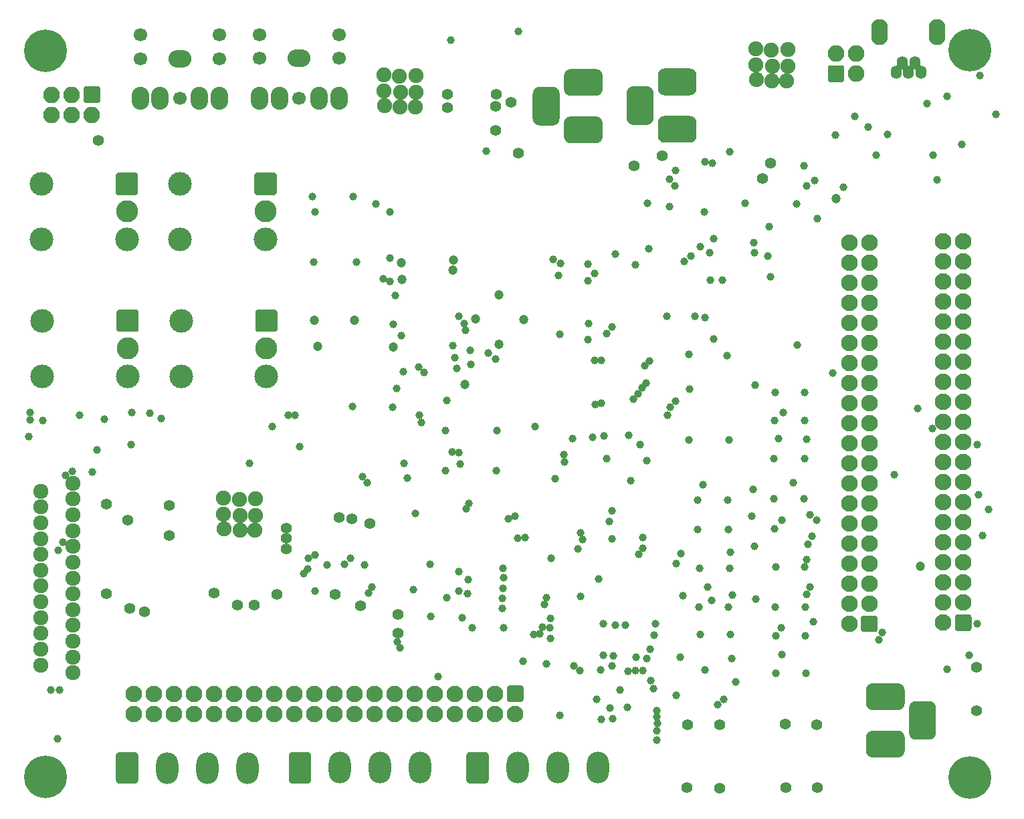
<source format=gbr>
G04 #@! TF.GenerationSoftware,KiCad,Pcbnew,5.1.7-a382d34a88~90~ubuntu20.04.1*
G04 #@! TF.CreationDate,2022-01-24T09:39:31-06:00*
G04 #@! TF.ProjectId,open-dash-daughterboard,6f70656e-2d64-4617-9368-2d6461756768,rev?*
G04 #@! TF.SameCoordinates,Original*
G04 #@! TF.FileFunction,Soldermask,Bot*
G04 #@! TF.FilePolarity,Negative*
%FSLAX46Y46*%
G04 Gerber Fmt 4.6, Leading zero omitted, Abs format (unit mm)*
G04 Created by KiCad (PCBNEW 5.1.7-a382d34a88~90~ubuntu20.04.1) date 2022-01-24 09:39:31*
%MOMM*%
%LPD*%
G01*
G04 APERTURE LIST*
%ADD10O,2.800000X4.000000*%
%ADD11O,2.100000X2.100000*%
%ADD12C,1.700000*%
%ADD13O,2.900000X2.200000*%
%ADD14O,2.200000X2.900000*%
%ADD15O,1.400000X1.700000*%
%ADD16O,2.100000X3.300000*%
%ADD17C,2.800000*%
%ADD18C,3.000000*%
%ADD19C,1.924000*%
%ADD20C,2.100000*%
%ADD21C,5.400000*%
%ADD22C,1.400000*%
%ADD23C,1.000000*%
%ADD24C,1.900000*%
%ADD25C,1.200000*%
G04 APERTURE END LIST*
D10*
X139625000Y-135700000D03*
X134545000Y-135700000D03*
X129465000Y-135700000D03*
G36*
G01*
X122985000Y-137310800D02*
X122985000Y-134089200D01*
G75*
G02*
X123374200Y-133700000I389200J0D01*
G01*
X125395800Y-133700000D01*
G75*
G02*
X125785000Y-134089200I0J-389200D01*
G01*
X125785000Y-137310800D01*
G75*
G02*
X125395800Y-137700000I-389200J0D01*
G01*
X123374200Y-137700000D01*
G75*
G02*
X122985000Y-137310800I0J389200D01*
G01*
G37*
X117740000Y-135715000D03*
X112660000Y-135715000D03*
X107580000Y-135715000D03*
G36*
G01*
X101100000Y-137325800D02*
X101100000Y-134104200D01*
G75*
G02*
X101489200Y-133715000I389200J0D01*
G01*
X103510800Y-133715000D01*
G75*
G02*
X103900000Y-134104200I0J-389200D01*
G01*
X103900000Y-137325800D01*
G75*
G02*
X103510800Y-137715000I-389200J0D01*
G01*
X101489200Y-137715000D01*
G75*
G02*
X101100000Y-137325800I0J389200D01*
G01*
G37*
X162105000Y-135700000D03*
X157025000Y-135700000D03*
X151945000Y-135700000D03*
G36*
G01*
X145465000Y-137310800D02*
X145465000Y-134089200D01*
G75*
G02*
X145854200Y-133700000I389200J0D01*
G01*
X147875800Y-133700000D01*
G75*
G02*
X148265000Y-134089200I0J-389200D01*
G01*
X148265000Y-137310800D01*
G75*
G02*
X147875800Y-137700000I-389200J0D01*
G01*
X145854200Y-137700000D01*
G75*
G02*
X145465000Y-137310800I0J389200D01*
G01*
G37*
D11*
X194790000Y-45260000D03*
X194790000Y-47800000D03*
X192250000Y-45260000D03*
G36*
G01*
X193100000Y-48850000D02*
X191400000Y-48850000D01*
G75*
G02*
X191200000Y-48650000I0J200000D01*
G01*
X191200000Y-46950000D01*
G75*
G02*
X191400000Y-46750000I200000J0D01*
G01*
X193100000Y-46750000D01*
G75*
G02*
X193300000Y-46950000I0J-200000D01*
G01*
X193300000Y-48650000D01*
G75*
G02*
X193100000Y-48850000I-200000J0D01*
G01*
G37*
D12*
X129303800Y-42861300D03*
X119296200Y-42861300D03*
X119296200Y-45871200D03*
X129303800Y-45871200D03*
D13*
X124300000Y-45871200D03*
D12*
X124300000Y-50875000D03*
D14*
X129303800Y-50875000D03*
X119296200Y-50875000D03*
X121798100Y-50875000D03*
X126801900Y-50875000D03*
D11*
X92975000Y-52990000D03*
X92975000Y-50450000D03*
X95515000Y-52990000D03*
X95515000Y-50450000D03*
X98055000Y-52990000D03*
G36*
G01*
X97205000Y-49400000D02*
X98905000Y-49400000D01*
G75*
G02*
X99105000Y-49600000I0J-200000D01*
G01*
X99105000Y-51300000D01*
G75*
G02*
X98905000Y-51500000I-200000J0D01*
G01*
X97205000Y-51500000D01*
G75*
G02*
X97005000Y-51300000I0J200000D01*
G01*
X97005000Y-49600000D01*
G75*
G02*
X97205000Y-49400000I200000J0D01*
G01*
G37*
D15*
X199832400Y-47629600D03*
X203032800Y-47629600D03*
X202245400Y-46435800D03*
X200619800Y-46410400D03*
X201432600Y-47629600D03*
D16*
X197775000Y-42575000D03*
X205064800Y-42575000D03*
D12*
X114178800Y-42886300D03*
X104171200Y-42886300D03*
X104171200Y-45896200D03*
X114178800Y-45896200D03*
D13*
X109175000Y-45896200D03*
D12*
X109175000Y-50900000D03*
D14*
X114178800Y-50900000D03*
X104171200Y-50900000D03*
X106673100Y-50900000D03*
X111676900Y-50900000D03*
D17*
X102475001Y-65255001D03*
D18*
X102475001Y-68755001D03*
G36*
G01*
X101075001Y-62955001D02*
X101075001Y-60555001D01*
G75*
G02*
X101275001Y-60355001I200000J0D01*
G01*
X103675001Y-60355001D01*
G75*
G02*
X103875001Y-60555001I0J-200000D01*
G01*
X103875001Y-62955001D01*
G75*
G02*
X103675001Y-63155001I-200000J0D01*
G01*
X101275001Y-63155001D01*
G75*
G02*
X101075001Y-62955001I0J200000D01*
G01*
G37*
X91675001Y-68755001D03*
X91675001Y-61755001D03*
D19*
X91599500Y-116669600D03*
X91599500Y-114675700D03*
X91599500Y-106674700D03*
X91599500Y-120670100D03*
X91599500Y-110675200D03*
X91599500Y-118676200D03*
X91599500Y-108668600D03*
X91599500Y-112669100D03*
X91599500Y-100667600D03*
X91599500Y-122676700D03*
X91599500Y-102674200D03*
X91599500Y-104668100D03*
X95600000Y-105671400D03*
X95600000Y-103677500D03*
X95600000Y-99677000D03*
X95600000Y-101670900D03*
X95600000Y-107678000D03*
X95600000Y-113672400D03*
X95600000Y-111678500D03*
X95600000Y-109671900D03*
X95600000Y-115679000D03*
X95600000Y-117672900D03*
X95600000Y-119679500D03*
X95600000Y-121673400D03*
X95600000Y-123680000D03*
D17*
X102575001Y-82605001D03*
D18*
X102575001Y-86105001D03*
G36*
G01*
X101175001Y-80305001D02*
X101175001Y-77905001D01*
G75*
G02*
X101375001Y-77705001I200000J0D01*
G01*
X103775001Y-77705001D01*
G75*
G02*
X103975001Y-77905001I0J-200000D01*
G01*
X103975001Y-80305001D01*
G75*
G02*
X103775001Y-80505001I-200000J0D01*
G01*
X101375001Y-80505001D01*
G75*
G02*
X101175001Y-80305001I0J200000D01*
G01*
G37*
X91775001Y-86105001D03*
X91775001Y-79105001D03*
D20*
X205805000Y-69075000D03*
X205805000Y-71615000D03*
X205805000Y-74155000D03*
X205805000Y-76695000D03*
X205805000Y-79235000D03*
X205805000Y-81775000D03*
X205805000Y-84315000D03*
X205805000Y-86855000D03*
X205805000Y-89395000D03*
X205805000Y-91935000D03*
X205805000Y-94475000D03*
X205805000Y-97015000D03*
X205805000Y-99555000D03*
X205805000Y-102095000D03*
X205805000Y-104635000D03*
X205805000Y-107175000D03*
X205805000Y-109715000D03*
X205805000Y-112255000D03*
X205805000Y-114795000D03*
X205805000Y-117335000D03*
X208345000Y-69075000D03*
X208345000Y-71615000D03*
X208345000Y-74155000D03*
X208345000Y-76695000D03*
X208345000Y-79235000D03*
X208345000Y-81775000D03*
X208345000Y-84315000D03*
X208345000Y-86855000D03*
X208345000Y-89395000D03*
X208345000Y-91935000D03*
X208345000Y-94475000D03*
X208345000Y-97015000D03*
X208345000Y-99555000D03*
X208345000Y-102095000D03*
X208345000Y-104635000D03*
X208345000Y-107175000D03*
X208345000Y-109715000D03*
X208345000Y-112255000D03*
X208345000Y-114795000D03*
G36*
G01*
X209395000Y-116593823D02*
X209395000Y-118076177D01*
G75*
G02*
X209086177Y-118385000I-308823J0D01*
G01*
X207603823Y-118385000D01*
G75*
G02*
X207295000Y-118076177I0J308823D01*
G01*
X207295000Y-116593823D01*
G75*
G02*
X207603823Y-116285000I308823J0D01*
G01*
X209086177Y-116285000D01*
G75*
G02*
X209395000Y-116593823I0J-308823D01*
G01*
G37*
X193900000Y-69205000D03*
X193900000Y-71745000D03*
X193900000Y-74285000D03*
X193900000Y-76825000D03*
X193900000Y-79365000D03*
X193900000Y-81905000D03*
X193900000Y-84445000D03*
X193900000Y-86985000D03*
X193900000Y-89525000D03*
X193900000Y-92065000D03*
X193900000Y-94605000D03*
X193900000Y-97145000D03*
X193900000Y-99685000D03*
X193900000Y-102225000D03*
X193900000Y-104765000D03*
X193900000Y-107305000D03*
X193900000Y-109845000D03*
X193900000Y-112385000D03*
X193900000Y-114925000D03*
X193900000Y-117465000D03*
X196440000Y-69205000D03*
X196440000Y-71745000D03*
X196440000Y-74285000D03*
X196440000Y-76825000D03*
X196440000Y-79365000D03*
X196440000Y-81905000D03*
X196440000Y-84445000D03*
X196440000Y-86985000D03*
X196440000Y-89525000D03*
X196440000Y-92065000D03*
X196440000Y-94605000D03*
X196440000Y-97145000D03*
X196440000Y-99685000D03*
X196440000Y-102225000D03*
X196440000Y-104765000D03*
X196440000Y-107305000D03*
X196440000Y-109845000D03*
X196440000Y-112385000D03*
X196440000Y-114925000D03*
G36*
G01*
X197490000Y-116723823D02*
X197490000Y-118206177D01*
G75*
G02*
X197181177Y-118515000I-308823J0D01*
G01*
X195698823Y-118515000D01*
G75*
G02*
X195390000Y-118206177I0J308823D01*
G01*
X195390000Y-116723823D01*
G75*
G02*
X195698823Y-116415000I308823J0D01*
G01*
X197181177Y-116415000D01*
G75*
G02*
X197490000Y-116723823I0J-308823D01*
G01*
G37*
G36*
G01*
X170540000Y-53140000D02*
X173740000Y-53140000D01*
G75*
G02*
X174590000Y-53990000I0J-850000D01*
G01*
X174590000Y-55690000D01*
G75*
G02*
X173740000Y-56540000I-850000J0D01*
G01*
X170540000Y-56540000D01*
G75*
G02*
X169690000Y-55690000I0J850000D01*
G01*
X169690000Y-53990000D01*
G75*
G02*
X170540000Y-53140000I850000J0D01*
G01*
G37*
G36*
G01*
X170540000Y-47140000D02*
X173740000Y-47140000D01*
G75*
G02*
X174590000Y-47990000I0J-850000D01*
G01*
X174590000Y-49690000D01*
G75*
G02*
X173740000Y-50540000I-850000J0D01*
G01*
X170540000Y-50540000D01*
G75*
G02*
X169690000Y-49690000I0J850000D01*
G01*
X169690000Y-47990000D01*
G75*
G02*
X170540000Y-47140000I850000J0D01*
G01*
G37*
G36*
G01*
X166590000Y-49390000D02*
X168290000Y-49390000D01*
G75*
G02*
X169140000Y-50240000I0J-850000D01*
G01*
X169140000Y-53440000D01*
G75*
G02*
X168290000Y-54290000I-850000J0D01*
G01*
X166590000Y-54290000D01*
G75*
G02*
X165740000Y-53440000I0J850000D01*
G01*
X165740000Y-50240000D01*
G75*
G02*
X166590000Y-49390000I850000J0D01*
G01*
G37*
X103375000Y-128865000D03*
X105915000Y-128865000D03*
X108455000Y-128865000D03*
X110995000Y-128865000D03*
X113535000Y-128865000D03*
X116075000Y-128865000D03*
X118615000Y-128865000D03*
X121155000Y-128865000D03*
X123695000Y-128865000D03*
X126235000Y-128865000D03*
X128775000Y-128865000D03*
X131315000Y-128865000D03*
X133855000Y-128865000D03*
X136395000Y-128865000D03*
X138935000Y-128865000D03*
X141475000Y-128865000D03*
X144015000Y-128865000D03*
X146555000Y-128865000D03*
X149095000Y-128865000D03*
X151635000Y-128865000D03*
X103375000Y-126325000D03*
X105915000Y-126325000D03*
X108455000Y-126325000D03*
X110995000Y-126325000D03*
X113535000Y-126325000D03*
X116075000Y-126325000D03*
X118615000Y-126325000D03*
X121155000Y-126325000D03*
X123695000Y-126325000D03*
X126235000Y-126325000D03*
X128775000Y-126325000D03*
X131315000Y-126325000D03*
X133855000Y-126325000D03*
X136395000Y-126325000D03*
X138935000Y-126325000D03*
X141475000Y-126325000D03*
X144015000Y-126325000D03*
X146555000Y-126325000D03*
X149095000Y-126325000D03*
G36*
G01*
X150893823Y-125275000D02*
X152376177Y-125275000D01*
G75*
G02*
X152685000Y-125583823I0J-308823D01*
G01*
X152685000Y-127066177D01*
G75*
G02*
X152376177Y-127375000I-308823J0D01*
G01*
X150893823Y-127375000D01*
G75*
G02*
X150585000Y-127066177I0J308823D01*
G01*
X150585000Y-125583823D01*
G75*
G02*
X150893823Y-125275000I308823J0D01*
G01*
G37*
D21*
X209160000Y-44800000D03*
X209160000Y-136900000D03*
X92200000Y-44880000D03*
X92200000Y-136880000D03*
D18*
X109225001Y-61755001D03*
X109225001Y-68755001D03*
G36*
G01*
X118625001Y-62955001D02*
X118625001Y-60555001D01*
G75*
G02*
X118825001Y-60355001I200000J0D01*
G01*
X121225001Y-60355001D01*
G75*
G02*
X121425001Y-60555001I0J-200000D01*
G01*
X121425001Y-62955001D01*
G75*
G02*
X121225001Y-63155001I-200000J0D01*
G01*
X118825001Y-63155001D01*
G75*
G02*
X118625001Y-62955001I0J200000D01*
G01*
G37*
X120025001Y-68755001D03*
D17*
X120025001Y-65255001D03*
G36*
G01*
X158650000Y-53210000D02*
X161850000Y-53210000D01*
G75*
G02*
X162700000Y-54060000I0J-850000D01*
G01*
X162700000Y-55760000D01*
G75*
G02*
X161850000Y-56610000I-850000J0D01*
G01*
X158650000Y-56610000D01*
G75*
G02*
X157800000Y-55760000I0J850000D01*
G01*
X157800000Y-54060000D01*
G75*
G02*
X158650000Y-53210000I850000J0D01*
G01*
G37*
G36*
G01*
X158650000Y-47210000D02*
X161850000Y-47210000D01*
G75*
G02*
X162700000Y-48060000I0J-850000D01*
G01*
X162700000Y-49760000D01*
G75*
G02*
X161850000Y-50610000I-850000J0D01*
G01*
X158650000Y-50610000D01*
G75*
G02*
X157800000Y-49760000I0J850000D01*
G01*
X157800000Y-48060000D01*
G75*
G02*
X158650000Y-47210000I850000J0D01*
G01*
G37*
G36*
G01*
X154700000Y-49460000D02*
X156400000Y-49460000D01*
G75*
G02*
X157250000Y-50310000I0J-850000D01*
G01*
X157250000Y-53510000D01*
G75*
G02*
X156400000Y-54360000I-850000J0D01*
G01*
X154700000Y-54360000D01*
G75*
G02*
X153850000Y-53510000I0J850000D01*
G01*
X153850000Y-50310000D01*
G75*
G02*
X154700000Y-49460000I850000J0D01*
G01*
G37*
G36*
G01*
X200085000Y-128400000D02*
X196885000Y-128400000D01*
G75*
G02*
X196035000Y-127550000I0J850000D01*
G01*
X196035000Y-125850000D01*
G75*
G02*
X196885000Y-125000000I850000J0D01*
G01*
X200085000Y-125000000D01*
G75*
G02*
X200935000Y-125850000I0J-850000D01*
G01*
X200935000Y-127550000D01*
G75*
G02*
X200085000Y-128400000I-850000J0D01*
G01*
G37*
G36*
G01*
X200085000Y-134400000D02*
X196885000Y-134400000D01*
G75*
G02*
X196035000Y-133550000I0J850000D01*
G01*
X196035000Y-131850000D01*
G75*
G02*
X196885000Y-131000000I850000J0D01*
G01*
X200085000Y-131000000D01*
G75*
G02*
X200935000Y-131850000I0J-850000D01*
G01*
X200935000Y-133550000D01*
G75*
G02*
X200085000Y-134400000I-850000J0D01*
G01*
G37*
G36*
G01*
X204035000Y-132150000D02*
X202335000Y-132150000D01*
G75*
G02*
X201485000Y-131300000I0J850000D01*
G01*
X201485000Y-128100000D01*
G75*
G02*
X202335000Y-127250000I850000J0D01*
G01*
X204035000Y-127250000D01*
G75*
G02*
X204885000Y-128100000I0J-850000D01*
G01*
X204885000Y-131300000D01*
G75*
G02*
X204035000Y-132150000I-850000J0D01*
G01*
G37*
D18*
X109325001Y-79105001D03*
X109325001Y-86105001D03*
G36*
G01*
X118725001Y-80305001D02*
X118725001Y-77905001D01*
G75*
G02*
X118925001Y-77705001I200000J0D01*
G01*
X121325001Y-77705001D01*
G75*
G02*
X121525001Y-77905001I0J-200000D01*
G01*
X121525001Y-80305001D01*
G75*
G02*
X121325001Y-80505001I-200000J0D01*
G01*
X118925001Y-80505001D01*
G75*
G02*
X118725001Y-80305001I0J200000D01*
G01*
G37*
X120125001Y-86105001D03*
D17*
X120125001Y-82605001D03*
D22*
X99860000Y-113670000D03*
X113510000Y-113580000D03*
X99840000Y-102330000D03*
X102570000Y-104360000D03*
X102838536Y-115481464D03*
X116430000Y-115050000D03*
D23*
X94680000Y-98670000D03*
X92870000Y-125840000D03*
D22*
X173460000Y-130240000D03*
X177510000Y-130210000D03*
X185780000Y-130180000D03*
X189780000Y-130210000D03*
X210040000Y-122950000D03*
X166680000Y-59470000D03*
X122660000Y-105380000D03*
X122630000Y-106650000D03*
X122630000Y-108020000D03*
D23*
X174910000Y-115320000D03*
X178630000Y-115330000D03*
X172490000Y-121670000D03*
X179060000Y-121890000D03*
X185360000Y-121350000D03*
X184570000Y-115370000D03*
X188380000Y-115310000D03*
X184390000Y-101630000D03*
X188150000Y-101590000D03*
X178510000Y-101810000D03*
X174760000Y-101840000D03*
X172570000Y-108540000D03*
X178890000Y-108370000D03*
X188250000Y-88160000D03*
X184500000Y-88200000D03*
X173650000Y-83320000D03*
D22*
X143090000Y-52120000D03*
X149120000Y-51900000D03*
X149190000Y-55010000D03*
D23*
X184960000Y-94040000D03*
X188550000Y-94080000D03*
X124335010Y-95010813D03*
X181910000Y-107650000D03*
X188680000Y-107420000D03*
D22*
X170201304Y-58190010D03*
X121450000Y-113710000D03*
X107840000Y-102460000D03*
X107840000Y-106280000D03*
D24*
X114700000Y-103600000D03*
X114720000Y-101510000D03*
X114810000Y-105420000D03*
X116690000Y-101690000D03*
X116840000Y-103720000D03*
X116780000Y-105620000D03*
X118760000Y-103780000D03*
X118760000Y-101610000D03*
X118670000Y-105590000D03*
X138970000Y-51990000D03*
X139060000Y-50180000D03*
X139060000Y-48010000D03*
X137140000Y-50120000D03*
X135000000Y-50000000D03*
X137080000Y-52020000D03*
X135020000Y-47910000D03*
X136990000Y-48090000D03*
X135110000Y-51820000D03*
X184190000Y-46830000D03*
X182050000Y-46710000D03*
X186020000Y-48700000D03*
X184130000Y-48730000D03*
X182160000Y-48530000D03*
X182070000Y-44620000D03*
X184040000Y-44800000D03*
X186110000Y-44720000D03*
X186110000Y-46890000D03*
D22*
X98848846Y-56215010D03*
D23*
X95580000Y-98180000D03*
X98120000Y-98240000D03*
D22*
X104729394Y-115900606D03*
X118570000Y-115110000D03*
D23*
X129980000Y-109930000D03*
X132560000Y-110020000D03*
X93661119Y-132004979D03*
X93970000Y-125870000D03*
X125980000Y-63320000D03*
X131130000Y-63340000D03*
D25*
X126670000Y-82360000D03*
X136220000Y-82390000D03*
X143820000Y-71390000D03*
X149590000Y-75770000D03*
X152740000Y-78930000D03*
X149560000Y-82100000D03*
D22*
X177500000Y-138310000D03*
X173400000Y-138210000D03*
X185870000Y-138190000D03*
X189880000Y-138190000D03*
D23*
X206300000Y-123180000D03*
D22*
X210010000Y-128450000D03*
D23*
X212440000Y-52950000D03*
X208180000Y-56790000D03*
X206340000Y-50680000D03*
X210490000Y-48010000D03*
X203732810Y-51610000D03*
X192120000Y-55610000D03*
X194610000Y-53170000D03*
X188200000Y-59440000D03*
D22*
X182910000Y-61090000D03*
X183920000Y-59130000D03*
D23*
X171880000Y-62020000D03*
X176760000Y-81360000D03*
X169530000Y-128430000D03*
X165900000Y-123480000D03*
X149970000Y-115510000D03*
X164290000Y-117660000D03*
X162444990Y-123320000D03*
X138990000Y-103490000D03*
X144950000Y-116670000D03*
X140950000Y-116540000D03*
X144470000Y-110900000D03*
X118030000Y-97110000D03*
X142790000Y-92990000D03*
X142830000Y-98060000D03*
X149260000Y-98060000D03*
X149300000Y-93020000D03*
X157830000Y-96950000D03*
X156720000Y-99050000D03*
X163220000Y-96570000D03*
X168280000Y-96820000D03*
D22*
X149230000Y-50370000D03*
X151120000Y-51440000D03*
X143040000Y-50370000D03*
X151990000Y-57880000D03*
D23*
X152040000Y-42430000D03*
X143520000Y-43530000D03*
X181870000Y-69200000D03*
X162160000Y-111760000D03*
X175040000Y-118850000D03*
X178910000Y-118810000D03*
X188440000Y-123700000D03*
X184600000Y-123700000D03*
X184610000Y-119020000D03*
X188320000Y-119010000D03*
X188290000Y-110280000D03*
X184590000Y-110290000D03*
X184450000Y-105420000D03*
X174730000Y-105540000D03*
X178610000Y-105560000D03*
X178820000Y-110420000D03*
X174990000Y-110430000D03*
X184360000Y-96560000D03*
X184470000Y-91740000D03*
X188280000Y-91760000D03*
X173670000Y-87780000D03*
X173650000Y-94180000D03*
X178700000Y-94180000D03*
X126130000Y-71670000D03*
X131550000Y-71650000D03*
X126260000Y-65340000D03*
X160850000Y-71950000D03*
X157380000Y-71840000D03*
X168360000Y-64240000D03*
X183910000Y-73550000D03*
X189900000Y-66130000D03*
X180760000Y-64190000D03*
X187310000Y-82120000D03*
X176210000Y-70480000D03*
D22*
X130910000Y-104210000D03*
X133210000Y-104740000D03*
D23*
X120880000Y-92500000D03*
X90075042Y-93779406D03*
D25*
X137222790Y-71721178D03*
D22*
X129303371Y-103963371D03*
D23*
X126280762Y-113343165D03*
D25*
X145215010Y-87192243D03*
D22*
X136819990Y-118646186D03*
D23*
X188280000Y-96530000D03*
X163860000Y-106680000D03*
X162563988Y-129590090D03*
X167782470Y-106553808D03*
X156115010Y-119307645D03*
X156043939Y-118000536D03*
X166818939Y-123409768D03*
X179510000Y-124864990D03*
X189160000Y-106410000D03*
X175612034Y-123274990D03*
X183785154Y-67134846D03*
D25*
X146650010Y-78890909D03*
X126238000Y-78994000D03*
X131318000Y-78994000D03*
D23*
X154178000Y-92456000D03*
X198730000Y-55480000D03*
X204490000Y-58120000D03*
X175570000Y-65310000D03*
X176780000Y-68690000D03*
X189540000Y-61330000D03*
X181890000Y-70490000D03*
X171160000Y-64600000D03*
X171150000Y-61180000D03*
X161710000Y-73110000D03*
X157110000Y-73390000D03*
X145300000Y-80320000D03*
X136610000Y-87620000D03*
D25*
X143770000Y-72710000D03*
D23*
X166220000Y-99380000D03*
X167460000Y-94780000D03*
X163951976Y-129479416D03*
X169520000Y-131050000D03*
X164870000Y-125820000D03*
X157310000Y-129060000D03*
X127850000Y-109990000D03*
D22*
X132060000Y-115170000D03*
D23*
X149990000Y-114230000D03*
X142990000Y-114150000D03*
X156130000Y-116760000D03*
X162794257Y-121401732D03*
X162810000Y-117490000D03*
X165550000Y-117630000D03*
X130800000Y-109130000D03*
X136200000Y-79490000D03*
X147950000Y-57640000D03*
X134010000Y-64250000D03*
X165960000Y-93610000D03*
X168590000Y-84210000D03*
X168050000Y-84750000D03*
X176570000Y-59140000D03*
X173840000Y-70910000D03*
X166870000Y-71960000D03*
X205040000Y-61270000D03*
X178800000Y-57700000D03*
X131030000Y-89980000D03*
X136140000Y-90010000D03*
D25*
X137288317Y-73871418D03*
D23*
X135795354Y-71184722D03*
X137967521Y-99039575D03*
X138770000Y-113140000D03*
D22*
X128810000Y-113775021D03*
X136819990Y-116300000D03*
D23*
X166946150Y-121661676D03*
X161911949Y-127068051D03*
X169117978Y-125654377D03*
X158880000Y-93980000D03*
X157810000Y-96080000D03*
D25*
X192280000Y-63590000D03*
D23*
X98670000Y-95430000D03*
X94330000Y-107120000D03*
X178450000Y-83550000D03*
X191800000Y-85690000D03*
X167800000Y-123360000D03*
X168690000Y-120710000D03*
X169350000Y-117480000D03*
X198120000Y-118590000D03*
X168758051Y-124641949D03*
X210770036Y-106307516D03*
X211534969Y-103012481D03*
X168320000Y-121890000D03*
X169200000Y-118920000D03*
X210145026Y-117440000D03*
X159900000Y-114010000D03*
X210305010Y-101118286D03*
X163570000Y-104550000D03*
X163890000Y-103120000D03*
X175380000Y-99850044D03*
X202614990Y-90176729D03*
X134890000Y-73810000D03*
X168240000Y-87010000D03*
X175690000Y-78690000D03*
X183630000Y-70930000D03*
X193210000Y-62170000D03*
X144526000Y-78486000D03*
X185560000Y-90750000D03*
X199644000Y-98552000D03*
X171990000Y-109830000D03*
X188500000Y-109320000D03*
X166570000Y-89050000D03*
X170900000Y-91070000D03*
X181970000Y-87250000D03*
D25*
X202940000Y-110200000D03*
D23*
X152610000Y-122240000D03*
X169580000Y-132160000D03*
X155583051Y-122526949D03*
X177290000Y-127690053D03*
X197653926Y-119489972D03*
X160960000Y-79420000D03*
X160870000Y-74010000D03*
X161390000Y-93800000D03*
X162890000Y-93670000D03*
X146180000Y-117990000D03*
X150160000Y-117970000D03*
X163660000Y-128110000D03*
X165830000Y-128080000D03*
X161696433Y-84074926D03*
X161758008Y-89725891D03*
X162555307Y-84074926D03*
X162540000Y-89550000D03*
X185370000Y-104370000D03*
X189770000Y-104370000D03*
X181780000Y-100450000D03*
X186849722Y-99627033D03*
X176510000Y-114540000D03*
X188930000Y-112800000D03*
X185320000Y-117930000D03*
X189370000Y-117200000D03*
X210110000Y-94790000D03*
X204405021Y-92761412D03*
X181570000Y-103800000D03*
X188930000Y-103620000D03*
X182090000Y-114300000D03*
X188490000Y-113720000D03*
X149120000Y-83930000D03*
X157300000Y-80760000D03*
X163880000Y-79880000D03*
X170790000Y-78530000D03*
X174340000Y-78480000D03*
X143728140Y-82270010D03*
X188510000Y-62020000D03*
X175020000Y-69670000D03*
X168520000Y-70000000D03*
X187210000Y-64260000D03*
X164342560Y-70607476D03*
X139730000Y-91970000D03*
X139380000Y-84910000D03*
X144264990Y-85078071D03*
X143684319Y-95696870D03*
X171920000Y-60100000D03*
X156470000Y-71300000D03*
X135784604Y-65309768D03*
X145910000Y-82870000D03*
X175620000Y-58960000D03*
X173050000Y-71590000D03*
X163240000Y-80750000D03*
X160840000Y-81490000D03*
X125480000Y-109190000D03*
X132330000Y-98830000D03*
X148190000Y-83190000D03*
X146037104Y-84604990D03*
X103010000Y-94740000D03*
X106800000Y-91510000D03*
X137240000Y-80960000D03*
X145151010Y-79472257D03*
X155060000Y-117860000D03*
X177997098Y-127065043D03*
X169580000Y-129260000D03*
X154777735Y-118738521D03*
X169640000Y-130090000D03*
X153940389Y-118785073D03*
X156170000Y-109130000D03*
X172010000Y-126500000D03*
X159550000Y-107970000D03*
X167310000Y-108620000D03*
X172850000Y-113910000D03*
X179145348Y-113799990D03*
X159916418Y-105984990D03*
X175990000Y-112810000D03*
X160199988Y-106774079D03*
X167800028Y-107935010D03*
X145640000Y-111880000D03*
X150060000Y-110430000D03*
X144470000Y-113330000D03*
X150130000Y-111660000D03*
X150070000Y-112990000D03*
X145611949Y-113651949D03*
X176370000Y-73960000D03*
X177830000Y-73970000D03*
X167190000Y-88330000D03*
X171241715Y-90004441D03*
X167660000Y-87580000D03*
X171940000Y-89270000D03*
X136450000Y-75894990D03*
X135795354Y-74080132D03*
X122910000Y-91030000D03*
X124860000Y-111100000D03*
X133080000Y-113590000D03*
X159823405Y-123385001D03*
X163860968Y-122770011D03*
X137019990Y-120535120D03*
X123710000Y-91070000D03*
X125370000Y-110480000D03*
X133470000Y-112820000D03*
X136740000Y-119740000D03*
X159070000Y-122760000D03*
X164090000Y-121520000D03*
X99660000Y-91520000D03*
X103060000Y-90740000D03*
X105400000Y-90760000D03*
X96470000Y-91070000D03*
X90250000Y-90730000D03*
X91840000Y-91695010D03*
X90245932Y-91617966D03*
X93760000Y-108110000D03*
X142940000Y-89150000D03*
X145416144Y-102891908D03*
X144704990Y-97191949D03*
X150801728Y-104209552D03*
X155370000Y-115030000D03*
X151910000Y-106600000D03*
X143970000Y-83790000D03*
X144480000Y-95780000D03*
X145800000Y-102190000D03*
X152900000Y-106530000D03*
X155620000Y-114180000D03*
X151631315Y-103842991D03*
X140890000Y-109930000D03*
X141860000Y-124120000D03*
X209100000Y-121450000D03*
X196310000Y-54560000D03*
X197340000Y-58130000D03*
X137460000Y-85540000D03*
X137550000Y-97130000D03*
X126270000Y-108740000D03*
X132880000Y-99630000D03*
X139460000Y-91080000D03*
X140080000Y-85620000D03*
M02*

</source>
